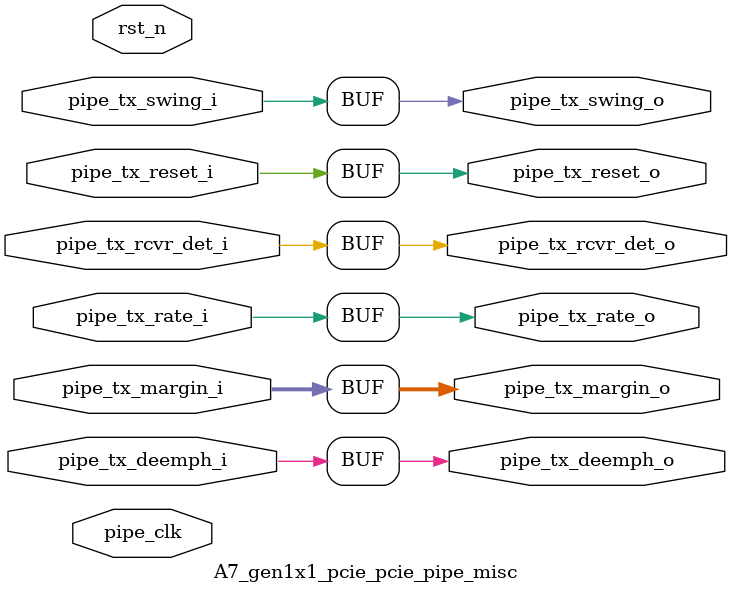
<source format=v>

`timescale 1ps/1ps

(* DowngradeIPIdentifiedWarnings = "yes" *)
module A7_gen1x1_pcie_pcie_pipe_misc #
(
    parameter        PIPE_PIPELINE_STAGES = 0,    // 0 - 0 stages, 1 - 1 stage, 2 - 2 stages
    parameter TCQ  = 1 // synthesis warning solved: parameter declaration becomes local
)
(

    input   wire        pipe_tx_rcvr_det_i       ,     // PIPE Tx Receiver Detect
    input   wire        pipe_tx_reset_i          ,     // PIPE Tx Reset
    input   wire        pipe_tx_rate_i           ,     // PIPE Tx Rate
    input   wire        pipe_tx_deemph_i         ,     // PIPE Tx Deemphasis
    input   wire [2:0]  pipe_tx_margin_i         ,     // PIPE Tx Margin
    input   wire        pipe_tx_swing_i          ,     // PIPE Tx Swing

    output  wire        pipe_tx_rcvr_det_o       ,     // Pipelined PIPE Tx Receiver Detect
    output  wire        pipe_tx_reset_o          ,     // Pipelined PIPE Tx Reset
    output  wire        pipe_tx_rate_o           ,     // Pipelined PIPE Tx Rate
    output  wire        pipe_tx_deemph_o         ,     // Pipelined PIPE Tx Deemphasis
    output  wire [2:0]  pipe_tx_margin_o         ,     // Pipelined PIPE Tx Margin
    output  wire        pipe_tx_swing_o          ,     // Pipelined PIPE Tx Swing

    input   wire        pipe_clk                ,      // PIPE Clock
    input   wire        rst_n                          // Reset
);

//******************************************************************//
// Reality check.                                                   //
//******************************************************************//

//    parameter TCQ  = 1;      // clock to out delay model

    generate

    if (PIPE_PIPELINE_STAGES == 0) begin : pipe_stages_0

        assign pipe_tx_rcvr_det_o = pipe_tx_rcvr_det_i;
        assign pipe_tx_reset_o  = pipe_tx_reset_i;
        assign pipe_tx_rate_o = pipe_tx_rate_i;
        assign pipe_tx_deemph_o = pipe_tx_deemph_i;
        assign pipe_tx_margin_o = pipe_tx_margin_i;
        assign pipe_tx_swing_o = pipe_tx_swing_i;

    end // if (PIPE_PIPELINE_STAGES == 0)
    else if (PIPE_PIPELINE_STAGES == 1) begin : pipe_stages_1

    reg                pipe_tx_rcvr_det_q       ;
    reg                pipe_tx_reset_q          ;
    reg                pipe_tx_rate_q           ;
    reg                pipe_tx_deemph_q         ;
    reg [2:0]          pipe_tx_margin_q         ;
    reg                pipe_tx_swing_q          ;

        always @(posedge pipe_clk) begin

        if (rst_n)
        begin

            pipe_tx_rcvr_det_q <= #TCQ 0;
            pipe_tx_reset_q  <= #TCQ 1'b1;
            pipe_tx_rate_q <= #TCQ 0;
            pipe_tx_deemph_q <= #TCQ 1'b1;
            pipe_tx_margin_q <= #TCQ 0;
            pipe_tx_swing_q <= #TCQ 0;

        end
        else
        begin

            pipe_tx_rcvr_det_q <= #TCQ pipe_tx_rcvr_det_i;
            pipe_tx_reset_q  <= #TCQ pipe_tx_reset_i;
            pipe_tx_rate_q <= #TCQ pipe_tx_rate_i;
            pipe_tx_deemph_q <= #TCQ pipe_tx_deemph_i;
            pipe_tx_margin_q <= #TCQ pipe_tx_margin_i;
            pipe_tx_swing_q <= #TCQ pipe_tx_swing_i;

          end

        end

        assign pipe_tx_rcvr_det_o = pipe_tx_rcvr_det_q;
        assign pipe_tx_reset_o  = pipe_tx_reset_q;
        assign pipe_tx_rate_o = pipe_tx_rate_q;
        assign pipe_tx_deemph_o = pipe_tx_deemph_q;
        assign pipe_tx_margin_o = pipe_tx_margin_q;
        assign pipe_tx_swing_o = pipe_tx_swing_q;

    end // if (PIPE_PIPELINE_STAGES == 1)
    else if (PIPE_PIPELINE_STAGES == 2) begin : pipe_stages_2

    reg                pipe_tx_rcvr_det_q       ;
    reg                pipe_tx_reset_q          ;
    reg                pipe_tx_rate_q           ;
    reg                pipe_tx_deemph_q         ;
    reg [2:0]          pipe_tx_margin_q         ;
    reg                pipe_tx_swing_q          ;

    reg                pipe_tx_rcvr_det_qq      ;
    reg                pipe_tx_reset_qq         ;
    reg                pipe_tx_rate_qq          ;
    reg                pipe_tx_deemph_qq        ;
    reg [2:0]          pipe_tx_margin_qq        ;
    reg                pipe_tx_swing_qq         ;

        always @(posedge pipe_clk) begin

        if (rst_n)
        begin

            pipe_tx_rcvr_det_q <= #TCQ 0;
            pipe_tx_reset_q  <= #TCQ 1'b1;
            pipe_tx_rate_q <= #TCQ 0;
            pipe_tx_deemph_q <= #TCQ 1'b1;
            pipe_tx_margin_q <= #TCQ 0;
            pipe_tx_swing_q <= #TCQ 0;

            pipe_tx_rcvr_det_qq <= #TCQ 0;
            pipe_tx_reset_qq  <= #TCQ 1'b1;
            pipe_tx_rate_qq <= #TCQ 0;
            pipe_tx_deemph_qq <= #TCQ 1'b1;
            pipe_tx_margin_qq <= #TCQ 0;
            pipe_tx_swing_qq <= #TCQ 0;

        end
        else
        begin

            pipe_tx_rcvr_det_q <= #TCQ pipe_tx_rcvr_det_i;
            pipe_tx_reset_q  <= #TCQ pipe_tx_reset_i;
            pipe_tx_rate_q <= #TCQ pipe_tx_rate_i;
            pipe_tx_deemph_q <= #TCQ pipe_tx_deemph_i;
            pipe_tx_margin_q <= #TCQ pipe_tx_margin_i;
            pipe_tx_swing_q <= #TCQ pipe_tx_swing_i;

            pipe_tx_rcvr_det_qq <= #TCQ pipe_tx_rcvr_det_q;
            pipe_tx_reset_qq  <= #TCQ pipe_tx_reset_q;
            pipe_tx_rate_qq <= #TCQ pipe_tx_rate_q;
            pipe_tx_deemph_qq <= #TCQ pipe_tx_deemph_q;
            pipe_tx_margin_qq <= #TCQ pipe_tx_margin_q;
            pipe_tx_swing_qq <= #TCQ pipe_tx_swing_q;

          end

        end

        assign pipe_tx_rcvr_det_o = pipe_tx_rcvr_det_qq;
        assign pipe_tx_reset_o  = pipe_tx_reset_qq;
        assign pipe_tx_rate_o = pipe_tx_rate_qq;
        assign pipe_tx_deemph_o = pipe_tx_deemph_qq;
        assign pipe_tx_margin_o = pipe_tx_margin_qq;
        assign pipe_tx_swing_o = pipe_tx_swing_qq;

    end // if (PIPE_PIPELINE_STAGES == 2)

    endgenerate

endmodule


</source>
